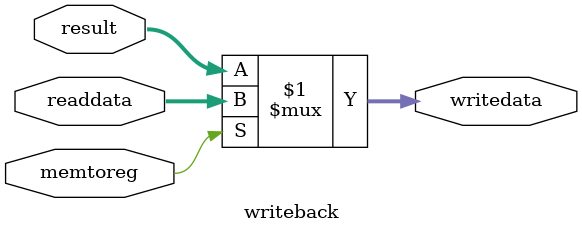
<source format=v>
`timescale 1ns / 1ps
module writeback(
       input [31:0] readdata,result,
       input memtoreg,
       output [31:0]writedata
    );
    
    assign writedata = memtoreg ? readdata : result;
endmodule

</source>
